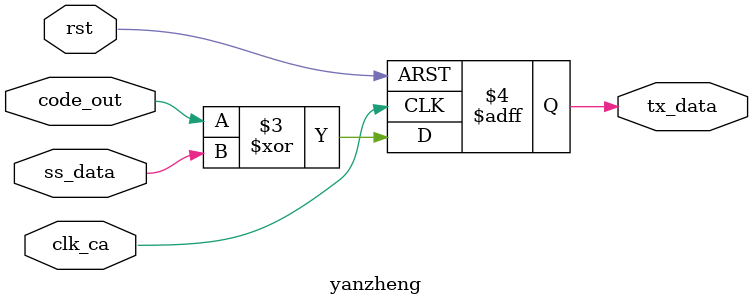
<source format=v>
module yanzheng (clk_ca,code_out,ss_data,rst,tx_data);
input clk_ca;
input code_out;
input ss_data;
//input gps_clk;
input rst;
//reg code_out_reg,gps_data_reg,ss_en;

output reg tx_data;

//assign tx_data = (rst)?code_out^ss_data:0;
always @ (posedge clk_ca or negedge rst)
begin
	if (!rst)
		begin
			tx_data <= 1'b0;
		end
	else begin
		tx_data = code_out^ss_data;
	end
end


endmodule

</source>
